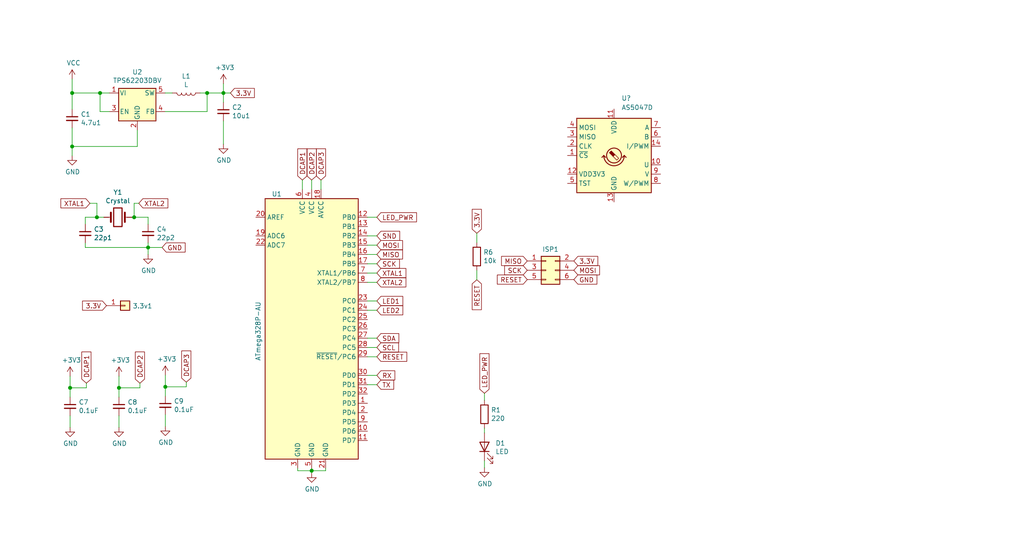
<source format=kicad_sch>
(kicad_sch (version 20211123) (generator eeschema)
  (paper "User" 279.4 152.4)
  (lib_symbols
    (symbol "Connector_Generic:Conn_01x01" (pin_names (offset 1.016) hide)
      (property "Reference" "J" (at 0 2.54 0))
      (property "Value" "Conn_01x01" (at 0 -2.54 0))
      (symbol "Conn_01x01_1_1"
        (rectangle (start -1.27 0.127) (end 0 -0.127) (stroke (width 0.1524)))
        (rectangle (start -1.27 1.27) (end 1.27 -1.27) (stroke (width 0.254)) (fill (type background)))
        (pin passive line (at -5.08 0 0) (length 3.81) (name "Pin_1") (number "1"))
      )
    )
    (symbol "Connector_Generic:Conn_02x03_Odd_Even" (pin_names (offset 1.016) hide)
      (property "Reference" "J" (at 1.27 5.08 0))
      (property "Value" "Conn_02x03_Odd_Even" (at 1.27 -5.08 0))
      (symbol "Conn_02x03_Odd_Even_1_1"
        (rectangle (start -1.27 -2.413) (end 0 -2.667) (stroke (width 0.1524)))
        (rectangle (start -1.27 0.127) (end 0 -0.127) (stroke (width 0.1524)))
        (rectangle (start -1.27 2.667) (end 0 2.413) (stroke (width 0.1524)))
        (rectangle (start -1.27 3.81) (end 3.81 -3.81) (stroke (width 0.254)) (fill (type background)))
        (rectangle (start 3.81 -2.413) (end 2.54 -2.667) (stroke (width 0.1524)))
        (rectangle (start 3.81 0.127) (end 2.54 -0.127) (stroke (width 0.1524)))
        (rectangle (start 3.81 2.667) (end 2.54 2.413) (stroke (width 0.1524)))
        (pin passive line (at -5.08 2.54 0) (length 3.81) (name "Pin_1") (number "1"))
        (pin passive line (at 7.62 2.54 180) (length 3.81) (name "Pin_2") (number "2"))
        (pin passive line (at -5.08 0 0) (length 3.81) (name "Pin_3") (number "3"))
        (pin passive line (at 7.62 0 180) (length 3.81) (name "Pin_4") (number "4"))
        (pin passive line (at -5.08 -2.54 0) (length 3.81) (name "Pin_5") (number "5"))
        (pin passive line (at 7.62 -2.54 180) (length 3.81) (name "Pin_6") (number "6"))
      )
    )
    (symbol "Device:C_Small" (pin_numbers hide) (pin_names (offset 0.254) hide)
      (property "Reference" "C" (at 0.254 1.778 0))
      (property "Value" "C_Small" (at 0.254 -2.032 0))
      (symbol "C_Small_0_1"
        (polyline (pts (xy -1.524 -0.508) (xy 1.524 -0.508)) (stroke (width 0.3302)))
        (polyline (pts (xy -1.524 0.508) (xy 1.524 0.508)) (stroke (width 0.3048)))
      )
      (symbol "C_Small_1_1"
        (pin passive line (at 0 2.54 270) (length 2.032) (name "~") (number "1"))
        (pin passive line (at 0 -2.54 90) (length 2.032) (name "~") (number "2"))
      )
    )
    (symbol "Device:Crystal" (pin_numbers hide) (pin_names (offset 1.016) hide)
      (property "Reference" "Y" (at 0 3.81 0))
      (property "Value" "Crystal" (at 0 -3.81 0))
      (symbol "Crystal_0_1"
        (rectangle (start -1.143 2.54) (end 1.143 -2.54) (stroke (width 0.3048)))
        (polyline (pts (xy -2.54 0) (xy -1.905 0)))
        (polyline (pts (xy -1.905 -1.27) (xy -1.905 1.27)) (stroke (width 0.508)))
        (polyline (pts (xy 1.905 -1.27) (xy 1.905 1.27)) (stroke (width 0.508)))
        (polyline (pts (xy 2.54 0) (xy 1.905 0)))
      )
      (symbol "Crystal_1_1"
        (pin passive line (at -3.81 0 0) (length 1.27) (name "1") (number "1"))
        (pin passive line (at 3.81 0 180) (length 1.27) (name "2") (number "2"))
      )
    )
    (symbol "Device:L" (pin_numbers hide) (pin_names (offset 1.016) hide)
      (property "Reference" "L" (at -1.27 0 90))
      (property "Value" "L" (at 1.905 0 90))
      (symbol "L_0_1"
        (arc (start 0 -2.54) (mid 0.635 -1.905) (end 0 -1.27))
        (arc (start 0 -1.27) (mid 0.635 -0.635) (end 0 0))
        (arc (start 0 0) (mid 0.635 0.635) (end 0 1.27))
        (arc (start 0 1.27) (mid 0.635 1.905) (end 0 2.54))
      )
      (symbol "L_1_1"
        (pin passive line (at 0 3.81 270) (length 1.27) (name "1") (number "1"))
        (pin passive line (at 0 -3.81 90) (length 1.27) (name "2") (number "2"))
      )
    )
    (symbol "Device:LED" (pin_numbers hide) (pin_names (offset 1.016) hide)
      (property "Reference" "D" (at 0 2.54 0))
      (property "Value" "LED" (at 0 -2.54 0))
      (symbol "LED_0_1"
        (polyline (pts (xy -1.27 -1.27) (xy -1.27 1.27)) (stroke (width 0.254)))
        (polyline (pts (xy -1.27 0) (xy 1.27 0)))
        (polyline (pts (xy 1.27 -1.27) (xy 1.27 1.27) (xy -1.27 0) (xy 1.27 -1.27)) (stroke (width 0.254)))
        (polyline (pts (xy -3.048 -0.762) (xy -4.572 -2.286) (xy -3.81 -2.286) (xy -4.572 -2.286) (xy -4.572 -1.524)))
        (polyline (pts (xy -1.778 -0.762) (xy -3.302 -2.286) (xy -2.54 -2.286) (xy -3.302 -2.286) (xy -3.302 -1.524)))
      )
      (symbol "LED_1_1"
        (pin passive line (at -3.81 0 0) (length 2.54) (name "K") (number "1"))
        (pin passive line (at 3.81 0 180) (length 2.54) (name "A") (number "2"))
      )
    )
    (symbol "Device:R" (pin_numbers hide) (pin_names (offset 0))
      (property "Reference" "R" (at 2.032 0 90))
      (property "Value" "R" (at 0 0 90))
      (symbol "R_0_1"
        (rectangle (start -1.016 -2.54) (end 1.016 2.54) (stroke (width 0.254)))
      )
      (symbol "R_1_1"
        (pin passive line (at 0 3.81 270) (length 1.27) (name "~") (number "1"))
        (pin passive line (at 0 -3.81 90) (length 1.27) (name "~") (number "2"))
      )
    )
    (symbol "Regulator_Switching:TPS62203DBV" (pin_names (offset 0.254))
      (property "Reference" "U" (at -5.08 7.62 0))
      (property "Value" "TPS62203DBV" (at 0 7.62 0))
      (symbol "TPS62203DBV_0_1"
        (rectangle (start -5.08 6.35) (end 5.08 -2.54) (stroke (width 0.254)) (fill (type background)))
      )
      (symbol "TPS62203DBV_1_1"
        (pin power_in line (at -7.62 5.08 0) (length 2.54) (name "VI") (number "1"))
        (pin power_in line (at 0 -5.08 90) (length 2.54) (name "GND") (number "2"))
        (pin input line (at -7.62 0 0) (length 2.54) (name "EN") (number "3"))
        (pin input line (at 7.62 0 180) (length 2.54) (name "FB") (number "4"))
        (pin output line (at 7.62 5.08 180) (length 2.54) (name "SW") (number "5"))
      )
    )
    (symbol "Sensor_Magnetic:AS5047D"
      (property "Reference" "U" (at -8.89 11.43 0))
      (property "Value" "AS5047D" (at 5.08 11.43 0))
      (symbol "AS5047D_1_1"
        (rectangle (start -10.16 10.16) (end 10.16 -10.16) (stroke (width 0.254)) (fill (type background)))
        (arc (start -2.794 0) (mid 0 -2.794) (end 2.794 0) (stroke (width 0.254)))
        (polyline (pts (xy -2.794 0) (xy -3.302 -0.508)) (stroke (width 0.254)))
        (polyline (pts (xy -2.794 0) (xy -2.286 -0.508)) (stroke (width 0.254)))
        (polyline (pts (xy 2.794 0) (xy 2.286 -0.508)) (stroke (width 0.254)))
        (polyline (pts (xy 2.794 0) (xy 3.302 -0.508)) (stroke (width 0.254)))
        (polyline (pts (xy 0.254 0.254) (xy 1.27 -0.762) (xy 0.762 -1.27) (xy -0.254 -0.254)))
        (polyline (pts (xy -0.762 1.27) (xy 0.254 0.254) (xy -0.254 -0.254) (xy -1.27 0.762) (xy -1.016 1.016) (xy -0.762 1.27) (xy -0.635 1.143)) (fill (type outline)))
        (circle (center 0 0) (radius 2.032) (stroke (width 0.254)))
        (pin input line (at -12.7 0 0) (length 2.54) (name "~{CS}") (number "1"))
        (pin output line (at 12.7 -2.54 180) (length 2.54) (name "U") (number "10"))
        (pin power_in line (at 0 12.7 270) (length 2.54) (name "VDD") (number "11"))
        (pin power_out line (at -12.7 -5.08 0) (length 2.54) (name "VDD3V3") (number "12"))
        (pin power_in line (at 0 -12.7 90) (length 2.54) (name "GND") (number "13"))
        (pin output line (at 12.7 2.54 180) (length 2.54) (name "I/PWM") (number "14"))
        (pin input line (at -12.7 2.54 0) (length 2.54) (name "CLK") (number "2"))
        (pin output line (at -12.7 5.08 0) (length 2.54) (name "MISO") (number "3"))
        (pin input line (at -12.7 7.62 0) (length 2.54) (name "MOSI") (number "4"))
        (pin input line (at -12.7 -7.62 0) (length 2.54) (name "TST") (number "5"))
        (pin output line (at 12.7 5.08 180) (length 2.54) (name "B") (number "6"))
        (pin output line (at 12.7 7.62 180) (length 2.54) (name "A") (number "7"))
        (pin output line (at 12.7 -7.62 180) (length 2.54) (name "W/PWM") (number "8"))
        (pin output line (at 12.7 -5.08 180) (length 2.54) (name "V") (number "9"))
      )
    )
    (symbol "atmega328-rescue:+3.3V-power" (power) (pin_names (offset 0))
      (property "Value" "+3.3V-power" (at 0 3.556 0))
      (symbol "+3.3V-power_0_1"
        (polyline (pts (xy -0.762 1.27) (xy 0 2.54)))
        (polyline (pts (xy 0 0) (xy 0 2.54)))
        (polyline (pts (xy 0 2.54) (xy 0.762 1.27)))
      )
      (symbol "+3.3V-power_1_1"
        (pin power_in line (at 0 0 90) (length 0) hide (name "+3V3") (number "1"))
      )
    )
    (symbol "atmega328-rescue:ATmega328P-AU-MCU_Microchip_ATmega"
      (property "Reference" "U" (at -12.7 36.83 0))
      (property "Value" "ATmega328P-AU-MCU_Microchip_ATmega" (at 11.43 -36.83 0))
      (symbol "ATmega328P-AU-MCU_Microchip_ATmega_0_1"
        (rectangle (start -12.7 -35.56) (end 12.7 35.56) (stroke (width 0.254)) (fill (type background)))
      )
      (symbol "ATmega328P-AU-MCU_Microchip_ATmega_1_1"
        (pin bidirectional line (at 15.24 -20.32 180) (length 2.54) (name "PD3") (number "1"))
        (pin bidirectional line (at 15.24 -27.94 180) (length 2.54) (name "PD6") (number "10"))
        (pin bidirectional line (at 15.24 -30.48 180) (length 2.54) (name "PD7") (number "11"))
        (pin bidirectional line (at 15.24 30.48 180) (length 2.54) (name "PB0") (number "12"))
        (pin bidirectional line (at 15.24 27.94 180) (length 2.54) (name "PB1") (number "13"))
        (pin bidirectional line (at 15.24 25.4 180) (length 2.54) (name "PB2") (number "14"))
        (pin bidirectional line (at 15.24 22.86 180) (length 2.54) (name "PB3") (number "15"))
        (pin bidirectional line (at 15.24 20.32 180) (length 2.54) (name "PB4") (number "16"))
        (pin bidirectional line (at 15.24 17.78 180) (length 2.54) (name "PB5") (number "17"))
        (pin power_in line (at 2.54 38.1 270) (length 2.54) (name "AVCC") (number "18"))
        (pin input line (at -15.24 25.4 0) (length 2.54) (name "ADC6") (number "19"))
        (pin bidirectional line (at 15.24 -22.86 180) (length 2.54) (name "PD4") (number "2"))
        (pin passive line (at -15.24 30.48 0) (length 2.54) (name "AREF") (number "20"))
        (pin passive line (at 3.81 -38.1 90) (length 2.54) (name "GND") (number "21"))
        (pin input line (at -15.24 22.86 0) (length 2.54) (name "ADC7") (number "22"))
        (pin bidirectional line (at 15.24 7.62 180) (length 2.54) (name "PC0") (number "23"))
        (pin bidirectional line (at 15.24 5.08 180) (length 2.54) (name "PC1") (number "24"))
        (pin bidirectional line (at 15.24 2.54 180) (length 2.54) (name "PC2") (number "25"))
        (pin bidirectional line (at 15.24 0 180) (length 2.54) (name "PC3") (number "26"))
        (pin bidirectional line (at 15.24 -2.54 180) (length 2.54) (name "PC4") (number "27"))
        (pin bidirectional line (at 15.24 -5.08 180) (length 2.54) (name "PC5") (number "28"))
        (pin bidirectional line (at 15.24 -7.62 180) (length 2.54) (name "~{RESET}/PC6") (number "29"))
        (pin power_in line (at -3.81 -38.1 90) (length 2.54) (name "GND") (number "3"))
        (pin bidirectional line (at 15.24 -12.7 180) (length 2.54) (name "PD0") (number "30"))
        (pin bidirectional line (at 15.24 -15.24 180) (length 2.54) (name "PD1") (number "31"))
        (pin bidirectional line (at 15.24 -17.78 180) (length 2.54) (name "PD2") (number "32"))
        (pin power_in line (at 0 38.1 270) (length 2.54) (name "VCC") (number "4"))
        (pin passive line (at 0 -38.1 90) (length 2.54) (name "GND") (number "5"))
        (pin passive line (at -2.54 38.1 270) (length 2.54) (name "VCC") (number "6"))
        (pin bidirectional line (at 15.24 15.24 180) (length 2.54) (name "XTAL1/PB6") (number "7"))
        (pin bidirectional line (at 15.24 12.7 180) (length 2.54) (name "XTAL2/PB7") (number "8"))
        (pin bidirectional line (at 15.24 -25.4 180) (length 2.54) (name "PD5") (number "9"))
      )
    )
    (symbol "power:GND" (power) (pin_names (offset 0))
      (property "Value" "GND" (at 0 -3.81 0))
      (symbol "GND_0_1"
        (polyline (pts (xy 0 0) (xy 0 -1.27) (xy 1.27 -1.27) (xy 0 -2.54) (xy -1.27 -1.27) (xy 0 -1.27)))
      )
      (symbol "GND_1_1"
        (pin power_in line (at 0 0 270) (length 0) hide (name "GND") (number "1"))
      )
    )
    (symbol "power:VCC" (power) (pin_names (offset 0))
      (property "Value" "VCC" (at 0 3.81 0))
      (symbol "VCC_0_1"
        (polyline (pts (xy -0.762 1.27) (xy 0 2.54)))
        (polyline (pts (xy 0 0) (xy 0 2.54)))
        (polyline (pts (xy 0 2.54) (xy 0.762 1.27)))
      )
      (symbol "VCC_1_1"
        (pin power_in line (at 0 0 90) (length 0) hide (name "VCC") (number "1"))
      )
    )
  )
  (junction (at 56.515 25.4))
  (junction (at 40.4114 67.5894))
  (junction (at 45.1104 105.6386))
  (junction (at 60.96 25.4))
  (junction (at 32.4612 105.918))
  (junction (at 19.1262 105.918))
  (junction (at 19.685 25.4))
  (junction (at 85.0392 128.5494))
  (junction (at 36.6014 59.3344))
  (junction (at 19.685 40.005))
  (junction (at 27.305 25.4))
  (junction (at 26.4414 59.3344))
  (wire (pts (xy 40.4114 67.5894) (xy 23.2664 67.5894)))
  (wire (pts (xy 24.5364 55.5244) (xy 26.4414 55.5244)))
  (wire (pts (xy 32.4612 102.743) (xy 32.4612 105.918)))
  (wire (pts (xy 40.4114 69.4944) (xy 40.4114 67.5894)))
  (wire (pts (xy 130.0988 66.2432) (xy 130.0988 63.7032)))
  (wire (pts (xy 102.8192 105.0544) (xy 100.2792 105.0544)))
  (wire (pts (xy 60.96 25.4) (xy 56.515 25.4)))
  (wire (pts (xy 62.865 25.4) (xy 60.96 25.4)))
  (wire (pts (xy 44.2214 67.5894) (xy 40.4114 67.5894)))
  (wire (pts (xy 32.4612 116.713) (xy 32.4612 113.538)))
  (wire (pts (xy 102.8192 77.1144) (xy 100.2792 77.1144)))
  (wire (pts (xy 45.1104 102.4636) (xy 45.1104 105.6386)))
  (wire (pts (xy 102.8192 102.5144) (xy 100.2792 102.5144)))
  (wire (pts (xy 102.8192 66.9544) (xy 100.2792 66.9544)))
  (wire (pts (xy 81.2292 127.9144) (xy 81.2292 128.5494)))
  (wire (pts (xy 85.0392 128.5494) (xy 85.0392 127.9144)))
  (wire (pts (xy 27.305 25.4) (xy 27.305 30.48)))
  (wire (pts (xy 130.0988 76.4032) (xy 130.0988 73.8632)))
  (wire (pts (xy 19.1262 105.918) (xy 19.1262 108.458)))
  (wire (pts (xy 32.4612 105.918) (xy 32.4612 108.458)))
  (wire (pts (xy 100.2792 84.7344) (xy 102.8192 84.7344)))
  (wire (pts (xy 19.685 21.59) (xy 19.685 25.4)))
  (wire (pts (xy 40.4114 66.3194) (xy 40.4114 67.5894)))
  (wire (pts (xy 27.305 25.4) (xy 19.685 25.4)))
  (wire (pts (xy 19.685 29.845) (xy 19.685 25.4)))
  (wire (pts (xy 36.6014 59.3344) (xy 40.4114 59.3344)))
  (wire (pts (xy 45.1104 105.6386) (xy 45.1104 108.1786)))
  (wire (pts (xy 29.845 25.4) (xy 27.305 25.4)))
  (wire (pts (xy 102.8192 69.4944) (xy 100.2792 69.4944)))
  (wire (pts (xy 81.2292 128.5494) (xy 85.0392 128.5494)))
  (wire (pts (xy 102.8192 97.4344) (xy 100.2792 97.4344)))
  (wire (pts (xy 23.2664 61.2394) (xy 23.2664 59.3344)))
  (wire (pts (xy 132.1816 127.7366) (xy 132.1816 125.8316)))
  (wire (pts (xy 102.8192 64.4144) (xy 100.2792 64.4144)))
  (wire (pts (xy 102.8192 59.3344) (xy 100.2792 59.3344)))
  (wire (pts (xy 19.1262 113.538) (xy 19.1262 116.713)))
  (wire (pts (xy 35.9664 59.3344) (xy 36.6014 59.3344)))
  (wire (pts (xy 45.085 30.48) (xy 56.515 30.48)))
  (wire (pts (xy 60.96 27.94) (xy 60.96 25.4)))
  (wire (pts (xy 26.4414 55.5244) (xy 26.4414 59.3344)))
  (wire (pts (xy 38.1762 105.918) (xy 32.4612 105.918)))
  (wire (pts (xy 19.1262 102.743) (xy 19.1262 105.918)))
  (wire (pts (xy 87.5792 49.1744) (xy 87.5792 51.7144)))
  (wire (pts (xy 26.4414 59.3344) (xy 28.3464 59.3344)))
  (wire (pts (xy 23.5712 104.648) (xy 23.5712 105.918)))
  (wire (pts (xy 102.8192 92.3544) (xy 100.2792 92.3544)))
  (wire (pts (xy 37.465 40.005) (xy 37.465 35.56)))
  (wire (pts (xy 38.1762 104.648) (xy 38.1762 105.918)))
  (wire (pts (xy 19.685 40.005) (xy 37.465 40.005)))
  (wire (pts (xy 60.96 22.86) (xy 60.96 25.4)))
  (wire (pts (xy 132.1816 109.3216) (xy 132.1816 107.4166)))
  (wire (pts (xy 19.685 34.925) (xy 19.685 40.005)))
  (wire (pts (xy 23.2664 59.3344) (xy 26.4414 59.3344)))
  (wire (pts (xy 102.8192 74.5744) (xy 100.2792 74.5744)))
  (wire (pts (xy 27.305 30.48) (xy 29.845 30.48)))
  (wire (pts (xy 50.8254 105.6386) (xy 45.1104 105.6386)))
  (wire (pts (xy 50.8254 104.3686) (xy 50.8254 105.6386)))
  (wire (pts (xy 82.4992 51.7144) (xy 82.4992 49.1744)))
  (wire (pts (xy 46.99 25.4) (xy 45.085 25.4)))
  (wire (pts (xy 102.8192 94.8944) (xy 100.2792 94.8944)))
  (wire (pts (xy 85.0392 129.1844) (xy 85.0392 128.5494)))
  (wire (pts (xy 36.6014 55.5244) (xy 36.6014 59.3344)))
  (wire (pts (xy 132.1816 116.9416) (xy 132.1816 118.2116)))
  (wire (pts (xy 45.1104 116.4336) (xy 45.1104 113.2586)))
  (wire (pts (xy 56.515 25.4) (xy 56.515 30.48)))
  (wire (pts (xy 40.4114 59.3344) (xy 40.4114 61.2394)))
  (wire (pts (xy 102.8192 72.0344) (xy 100.2792 72.0344)))
  (wire (pts (xy 88.8492 128.5494) (xy 85.0392 128.5494)))
  (wire (pts (xy 54.61 25.4) (xy 56.515 25.4)))
  (wire (pts (xy 19.685 42.545) (xy 19.685 40.005)))
  (wire (pts (xy 102.8192 82.1944) (xy 100.2792 82.1944)))
  (wire (pts (xy 85.0392 49.1744) (xy 85.0392 51.7144)))
  (wire (pts (xy 37.8714 55.5244) (xy 36.6014 55.5244)))
  (wire (pts (xy 23.2664 66.3194) (xy 23.2664 67.5894)))
  (wire (pts (xy 88.8492 127.9144) (xy 88.8492 128.5494)))
  (wire (pts (xy 23.5712 105.918) (xy 19.1262 105.918)))
  (wire (pts (xy 60.96 33.02) (xy 60.96 39.37)))
  (global_label "SND" (shape input) (at 102.8192 64.4144 0) (property "Intersheet References" "${INTERSHEET_REFS}" (effects hide)))
  (global_label "DCAP1" (shape input) (at 82.4992 49.1744 90) (property "Intersheet References" "${INTERSHEET_REFS}" (effects hide)))
  (global_label "RESET" (shape input) (at 102.8192 97.4344 0) (property "Intersheet References" "${INTERSHEET_REFS}" (effects hide)))
  (global_label "3.3V" (shape input) (at 130.0988 63.7032 90) (property "Intersheet References" "${INTERSHEET_REFS}" (effects hide)))
  (global_label "DCAP1" (shape input) (at 23.5712 104.648 90) (property "Intersheet References" "${INTERSHEET_REFS}" (effects hide)))
  (global_label "LED_PWR" (shape input) (at 132.1816 107.4166 90) (property "Intersheet References" "${INTERSHEET_REFS}" (effects hide)))
  (global_label "SCK" (shape input) (at 102.8192 72.0344 0) (property "Intersheet References" "${INTERSHEET_REFS}" (effects hide)))
  (global_label "SDA" (shape input) (at 102.8192 92.3544 0) (property "Intersheet References" "${INTERSHEET_REFS}" (effects hide)))
  (global_label "DCAP3" (shape input) (at 50.8254 104.3686 90) (property "Intersheet References" "${INTERSHEET_REFS}" (effects hide)))
  (global_label "3.3V" (shape input) (at 156.5656 71.2724 0) (property "Intersheet References" "${INTERSHEET_REFS}" (effects hide)))
  (global_label "DCAP2" (shape input) (at 85.0392 49.1744 90) (property "Intersheet References" "${INTERSHEET_REFS}" (effects hide)))
  (global_label "DCAP3" (shape input) (at 87.5792 49.1744 90) (property "Intersheet References" "${INTERSHEET_REFS}" (effects hide)))
  (global_label "MISO" (shape input) (at 102.8192 69.4944 0) (property "Intersheet References" "${INTERSHEET_REFS}" (effects hide)))
  (global_label "RX" (shape input) (at 102.8192 102.5144 0) (property "Intersheet References" "${INTERSHEET_REFS}" (effects hide)))
  (global_label "RESET" (shape input) (at 130.0988 76.4032 270) (property "Intersheet References" "${INTERSHEET_REFS}" (effects hide)))
  (global_label "XTAL1" (shape input) (at 24.5364 55.5244 180) (property "Intersheet References" "${INTERSHEET_REFS}" (effects hide)))
  (global_label "XTAL1" (shape input) (at 102.8192 74.5744 0) (property "Intersheet References" "${INTERSHEET_REFS}" (effects hide)))
  (global_label "DCAP2" (shape input) (at 38.1762 104.648 90) (property "Intersheet References" "${INTERSHEET_REFS}" (effects hide)))
  (global_label "LED_PWR" (shape input) (at 102.8192 59.3344 0) (property "Intersheet References" "${INTERSHEET_REFS}" (effects hide)))
  (global_label "3.3V" (shape input) (at 29.0576 83.4644 180) (property "Intersheet References" "${INTERSHEET_REFS}" (effects hide)))
  (global_label "XTAL2" (shape input) (at 102.8192 77.1144 0) (property "Intersheet References" "${INTERSHEET_REFS}" (effects hide)))
  (global_label "TX" (shape input) (at 102.8192 105.0544 0) (property "Intersheet References" "${INTERSHEET_REFS}" (effects hide)))
  (global_label "3.3V" (shape input) (at 62.865 25.4 0) (property "Intersheet References" "${INTERSHEET_REFS}" (effects hide)))
  (global_label "SCL" (shape input) (at 102.8192 94.8944 0) (property "Intersheet References" "${INTERSHEET_REFS}" (effects hide)))
  (global_label "SCK" (shape input) (at 143.8656 73.8124 180) (property "Intersheet References" "${INTERSHEET_REFS}" (effects hide)))
  (global_label "MOSI" (shape input) (at 156.5656 73.8124 0) (property "Intersheet References" "${INTERSHEET_REFS}" (effects hide)))
  (global_label "LED1" (shape input) (at 102.8192 82.1944 0) (property "Intersheet References" "${INTERSHEET_REFS}" (effects hide)))
  (global_label "LED2" (shape input) (at 102.8192 84.7344 0) (property "Intersheet References" "${INTERSHEET_REFS}" (effects hide)))
  (global_label "RESET" (shape input) (at 143.8656 76.3524 180) (property "Intersheet References" "${INTERSHEET_REFS}" (effects hide)))
  (global_label "MISO" (shape input) (at 143.8656 71.2724 180) (property "Intersheet References" "${INTERSHEET_REFS}" (effects hide)))
  (global_label "XTAL2" (shape input) (at 37.8714 55.5244 0) (property "Intersheet References" "${INTERSHEET_REFS}" (effects hide)))
  (global_label "GND" (shape input) (at 156.5656 76.3524 0) (property "Intersheet References" "${INTERSHEET_REFS}" (effects hide)))
  (global_label "MOSI" (shape input) (at 102.8192 66.9544 0) (property "Intersheet References" "${INTERSHEET_REFS}" (effects hide)))
  (global_label "GND" (shape input) (at 44.2214 67.5894 0) (property "Intersheet References" "${INTERSHEET_REFS}" (effects hide)))
  (symbol (lib_id "atmega328-rescue:ATmega328P-AU-MCU_Microchip_ATmega") (at 85.0392 89.8144 0) (unit 1)
    (property "Reference" "U1" (at 75.5142 52.9844 0))
    (property "Value" "ATmega328P-AU" (at 70.4342 90.4494 90))
    (property "Footprint" "Package_QFP:TQFP-32_7x7mm_P0.8mm" (effects hide))
    (property "Datasheet" "http://ww1.microchip.com/downloads/en/DeviceDoc/ATmega328_P%20AVR%20MCU%20with%20picoPower%20Technology%20Data%20Sheet%2040001984A.pdf" (effects hide))
  )
  (symbol (lib_id "Regulator_Switching:TPS62203DBV") (at 37.465 30.48 0) (unit 1)
    (property "Reference" "U2" (at 37.465 19.685 0))
    (property "Value" "TPS62203DBV" (at 37.465 21.9964 0))
    (property "Footprint" "Package_TO_SOT_SMD:SOT-23-5" (effects hide))
    (property "Datasheet" "http://www.ti.com/lit/ds/symlink/tps62201.pdf" (effects hide))
  )
  (symbol (lib_id "Device:L") (at 50.8 25.4 270) (unit 1)
    (property "Reference" "L1" (at 50.8 20.8026 90))
    (property "Value" "L" (at 50.8 23.114 90))
    (property "Footprint" "Inductor_SMD:L_Abracon_ASPI-0630LR" (effects hide))
  )
  (symbol (lib_id "Device:C_Small") (at 19.685 32.385 0) (unit 1)
    (property "Reference" "C1" (at 22.0218 31.2166 0) (effects (justify left)))
    (property "Value" "4.7u1" (at 22.0218 33.528 0) (effects (justify left)))
    (property "Footprint" "Capacitor_SMD:C_0603_1608Metric" (effects hide))
  )
  (symbol (lib_id "Device:C_Small") (at 60.96 30.48 0) (unit 1)
    (property "Reference" "C2" (at 63.2968 29.3116 0) (effects (justify left)))
    (property "Value" "10u1" (at 63.2968 31.623 0) (effects (justify left)))
    (property "Footprint" "Capacitor_SMD:C_1206_3216Metric" (effects hide))
  )
  (symbol (lib_id "Device:Crystal") (at 32.1564 59.3344 0) (unit 1)
    (property "Reference" "Y1" (at 32.1564 52.5272 0))
    (property "Value" "Crystal" (at 32.1564 54.8386 0))
    (property "Footprint" "ECS-120-20-3X-EN-TR:XTAL_ECS-120-20-3X-EN-TR" (effects hide))
  )
  (symbol (lib_id "Device:LED") (at 132.1816 122.0216 90) (unit 1)
    (property "Reference" "D1" (at 135.1788 121.031 90) (effects (justify right)))
    (property "Value" "LED" (at 135.1788 123.3424 90) (effects (justify right)))
    (property "Footprint" "LED_SMD:LED_0603_1608Metric" (effects hide))
  )
  (symbol (lib_id "Connector_Generic:Conn_02x03_Odd_Even") (at 148.9456 73.8124 0) (unit 1)
    (property "Reference" "ISP1" (at 150.2156 68.0974 0))
    (property "Value" "Conn_02x03_Top_Bottom" (effects hide))
    (property "Footprint" "Connector_PinSocket_2.54mm:isp_6pin" (effects hide))
  )
  (symbol (lib_id "power:GND") (at 60.96 39.37 0) (unit 1)
    (property "Reference" "#PWR0101" (effects hide))
    (property "Value" "GND" (at 61.087 43.7642 0))
  )
  (symbol (lib_id "power:GND") (at 19.685 42.545 0) (unit 1)
    (property "Reference" "#PWR0102" (effects hide))
    (property "Value" "GND" (at 19.812 46.9392 0))
  )
  (symbol (lib_id "power:VCC") (at 19.685 21.59 0) (unit 1)
    (property "Reference" "#PWR0103" (effects hide))
    (property "Value" "VCC" (at 20.066 17.1958 0))
  )
  (symbol (lib_id "Device:R") (at 132.1816 113.1316 0) (unit 1)
    (property "Reference" "R1" (at 133.9596 111.9632 0) (effects (justify left)))
    (property "Value" "220" (at 133.9596 114.2746 0) (effects (justify left)))
    (property "Footprint" "Resistor_SMD:R_0805_2012Metric" (effects hide))
  )
  (symbol (lib_id "power:GND") (at 132.1816 127.7366 0) (unit 1)
    (property "Reference" "#PWR0104" (effects hide))
    (property "Value" "GND" (at 132.3086 132.1308 0))
  )
  (symbol (lib_id "Device:C_Small") (at 23.2664 63.7794 0) (unit 1)
    (property "Reference" "C3" (at 25.6032 62.611 0) (effects (justify left)))
    (property "Value" "22p1" (at 25.6032 64.9224 0) (effects (justify left)))
    (property "Footprint" "Capacitor_SMD:C_0603_1608Metric" (effects hide))
  )
  (symbol (lib_id "power:GND") (at 40.4114 69.4944 0) (unit 1)
    (property "Reference" "#PWR0105" (effects hide))
    (property "Value" "GND" (at 40.5384 73.8886 0))
  )
  (symbol (lib_id "Device:C_Small") (at 40.4114 63.7794 0) (unit 1)
    (property "Reference" "C4" (at 42.7482 62.611 0) (effects (justify left)))
    (property "Value" "22p2" (at 42.7482 64.9224 0) (effects (justify left)))
    (property "Footprint" "Capacitor_SMD:C_0603_1608Metric" (effects hide))
  )
  (symbol (lib_id "power:GND") (at 85.0392 129.1844 0) (unit 1)
    (property "Reference" "#PWR0106" (effects hide))
    (property "Value" "GND" (at 85.1662 133.5786 0))
  )
  (symbol (lib_id "atmega328-rescue:+3.3V-power") (at 60.96 22.86 0) (unit 1)
    (property "Reference" "#PWR0107" (effects hide))
    (property "Value" "+3.3V" (at 61.341 18.4658 0))
  )
  (symbol (lib_id "Device:C_Small") (at 19.1262 110.998 0) (unit 1)
    (property "Reference" "C7" (at 21.463 109.8296 0) (effects (justify left)))
    (property "Value" "0.1uF" (at 21.463 112.141 0) (effects (justify left)))
    (property "Footprint" "Capacitor_SMD:C_0603_1608Metric" (effects hide))
  )
  (symbol (lib_id "power:GND") (at 19.1262 116.713 0) (unit 1)
    (property "Reference" "#PWR02" (effects hide))
    (property "Value" "GND" (at 19.2532 121.1072 0))
  )
  (symbol (lib_id "atmega328-rescue:+3.3V-power") (at 19.1262 102.743 0) (unit 1)
    (property "Reference" "#PWR01" (effects hide))
    (property "Value" "+3.3V" (at 19.5072 98.3488 0))
  )
  (symbol (lib_id "Device:C_Small") (at 32.4612 110.998 0) (unit 1)
    (property "Reference" "C8" (at 34.798 109.8296 0) (effects (justify left)))
    (property "Value" "0.1uF" (at 34.798 112.141 0) (effects (justify left)))
    (property "Footprint" "Capacitor_SMD:C_0603_1608Metric" (effects hide))
  )
  (symbol (lib_id "power:GND") (at 32.4612 116.713 0) (unit 1)
    (property "Reference" "#PWR04" (effects hide))
    (property "Value" "GND" (at 32.5882 121.1072 0))
  )
  (symbol (lib_id "atmega328-rescue:+3.3V-power") (at 32.4612 102.743 0) (unit 1)
    (property "Reference" "#PWR03" (effects hide))
    (property "Value" "+3.3V" (at 32.8422 98.3488 0))
  )
  (symbol (lib_id "Device:C_Small") (at 45.1104 110.7186 0) (unit 1)
    (property "Reference" "C9" (at 47.4472 109.5502 0) (effects (justify left)))
    (property "Value" "0.1uF" (at 47.4472 111.8616 0) (effects (justify left)))
    (property "Footprint" "Capacitor_SMD:C_0603_1608Metric" (effects hide))
  )
  (symbol (lib_id "power:GND") (at 45.1104 116.4336 0) (unit 1)
    (property "Reference" "#PWR08" (effects hide))
    (property "Value" "GND" (at 45.2374 120.8278 0))
  )
  (symbol (lib_id "atmega328-rescue:+3.3V-power") (at 45.1104 102.4636 0) (unit 1)
    (property "Reference" "#PWR07" (effects hide))
    (property "Value" "+3.3V" (at 45.4914 98.0694 0))
  )
  (symbol (lib_id "Device:R") (at 130.0988 70.0532 0) (unit 1)
    (property "Reference" "R6" (at 131.8768 68.8848 0) (effects (justify left)))
    (property "Value" "10k" (at 131.8768 71.1962 0) (effects (justify left)))
    (property "Footprint" "Resistor_SMD:R_0805_2012Metric" (effects hide))
  )
  (symbol (lib_id "Connector_Generic:Conn_01x01") (at 34.1376 83.4644 0) (unit 1)
    (property "Reference" "3.3v1" (at 36.1696 83.566 0) (effects (justify left)))
    (property "Value" "Conn_01x01" (effects hide))
    (property "Footprint" "Connector_PinHeader_2.54mm:PinHeader_1x01_P2.54mm_Vertical" (effects hide))
  )
  (symbol (lib_id "Sensor_Magnetic:AS5047D") (at 167.5384 42.4688 0) (unit 1)
    (property "Reference" "U?" (at 169.5578 26.8224 0) (effects (justify left)))
    (property "Value" "AS5047D" (at 169.5578 29.3624 0) (effects (justify left)))
    (property "Footprint" "Package_SO:TSSOP-14_4.4x5mm_P0.65mm" (effects hide))
    (property "Datasheet" "https://ams.com/documents/20143/36005/AS5047D_DS000394_2-00.pdf" (effects hide))
  )
)
</source>
